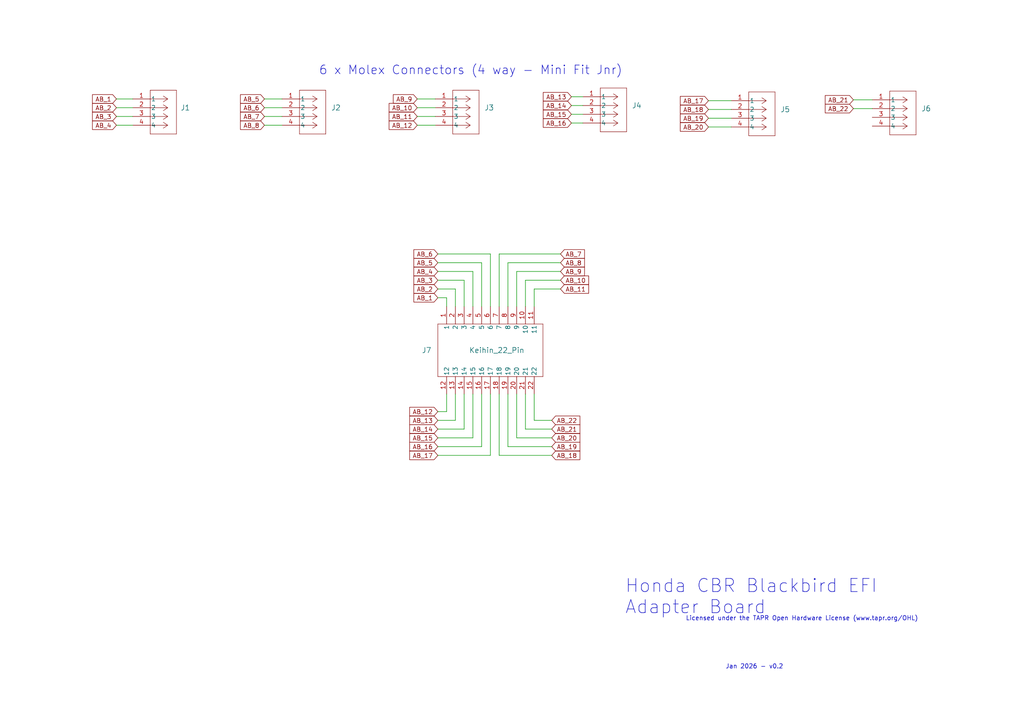
<source format=kicad_sch>
(kicad_sch (version 20211123) (generator eeschema)
  (paper "A4")
  (lib_symbols
    (symbol "2125201004_1" (pin_names (offset 0.254))
      (property "Reference" "J1" (at 13.843 -2.54 0))
      (symbol "2125201004_1_1_1"
        (polyline (pts (xy 5.08 -10.16) (xy 12.7 -10.16)) (stroke (width 0.127)))
        (polyline (pts (xy 5.08 2.54) (xy 5.08 -10.16)) (stroke (width 0.127)))
        (polyline (pts (xy 10.16 -7.62) (xy 5.08 -7.62)) (stroke (width 0.127)))
        (polyline (pts (xy 10.16 -7.62) (xy 8.89 -8.4667)) (stroke (width 0.127)))
        (polyline (pts (xy 10.16 -7.62) (xy 8.89 -6.7733)) (stroke (width 0.127)))
        (polyline (pts (xy 10.16 -5.08) (xy 5.08 -5.08)) (stroke (width 0.127)))
        (polyline (pts (xy 10.16 -5.08) (xy 8.89 -5.9267)) (stroke (width 0.127)))
        (polyline (pts (xy 10.16 -5.08) (xy 8.89 -4.2333)) (stroke (width 0.127)))
        (polyline (pts (xy 10.16 -2.54) (xy 5.08 -2.54)) (stroke (width 0.127)))
        (polyline (pts (xy 10.16 -2.54) (xy 8.89 -3.3867)) (stroke (width 0.127)))
        (polyline (pts (xy 10.16 -2.54) (xy 8.89 -1.6933)) (stroke (width 0.127)))
        (polyline (pts (xy 10.16 0) (xy 5.08 0)) (stroke (width 0.127)))
        (polyline (pts (xy 10.16 0) (xy 8.89 -0.8467)) (stroke (width 0.127)))
        (polyline (pts (xy 10.16 0) (xy 8.89 0.8467)) (stroke (width 0.127)))
        (polyline (pts (xy 12.7 -10.16) (xy 12.7 2.54)) (stroke (width 0.127)))
        (polyline (pts (xy 12.7 2.54) (xy 5.08 2.54)) (stroke (width 0.127)))
        (pin unspecified line (at 0 0 0) (length 5.08) (name "1") (number "1"))
        (pin unspecified line (at 0 -2.54 0) (length 5.08) (name "2") (number "2"))
        (pin unspecified line (at 0 -5.08 0) (length 5.08) (name "3") (number "3"))
        (pin unspecified line (at 0 -7.62 0) (length 5.08) (name "4") (number "4"))
      )
      (symbol "2125201004_1_1_2"
        (polyline (pts (xy 5.08 -10.16) (xy 12.7 -10.16)) (stroke (width 0.127)))
        (polyline (pts (xy 5.08 2.54) (xy 5.08 -10.16)) (stroke (width 0.127)))
        (polyline (pts (xy 7.62 -7.62) (xy 5.08 -7.62)) (stroke (width 0.127)))
        (polyline (pts (xy 7.62 -7.62) (xy 8.89 -8.4667)) (stroke (width 0.127)))
        (polyline (pts (xy 7.62 -7.62) (xy 8.89 -6.7733)) (stroke (width 0.127)))
        (polyline (pts (xy 7.62 -5.08) (xy 5.08 -5.08)) (stroke (width 0.127)))
        (polyline (pts (xy 7.62 -5.08) (xy 8.89 -5.9267)) (stroke (width 0.127)))
        (polyline (pts (xy 7.62 -5.08) (xy 8.89 -4.2333)) (stroke (width 0.127)))
        (polyline (pts (xy 7.62 -2.54) (xy 5.08 -2.54)) (stroke (width 0.127)))
        (polyline (pts (xy 7.62 -2.54) (xy 8.89 -3.3867)) (stroke (width 0.127)))
        (polyline (pts (xy 7.62 -2.54) (xy 8.89 -1.6933)) (stroke (width 0.127)))
        (polyline (pts (xy 7.62 0) (xy 5.08 0)) (stroke (width 0.127)))
        (polyline (pts (xy 7.62 0) (xy 8.89 -0.8467)) (stroke (width 0.127)))
        (polyline (pts (xy 7.62 0) (xy 8.89 0.8467)) (stroke (width 0.127)))
        (polyline (pts (xy 12.7 -10.16) (xy 12.7 2.54)) (stroke (width 0.127)))
        (polyline (pts (xy 12.7 2.54) (xy 5.08 2.54)) (stroke (width 0.127)))
        (pin unspecified line (at 0 0 0) (length 5.08) (name "1") (number "1"))
        (pin unspecified line (at 0 -2.54 0) (length 5.08) (name "2") (number "2"))
        (pin unspecified line (at 0 -5.08 0) (length 5.08) (name "3") (number "3"))
        (pin unspecified line (at 0 -7.62 0) (length 5.08) (name "4") (number "4"))
      )
    )
    (symbol "AJK_Molex-Way:2125201004" (pin_names (offset 0.254))
      (property "Reference" "J" (at 8.89 6.35 0))
      (property "Value" "2125201004" (at 0 0 0))
      (symbol "2125201004_1_1"
        (polyline (pts (xy 5.08 -10.16) (xy 12.7 -10.16)) (stroke (width 0.127)))
        (polyline (pts (xy 5.08 2.54) (xy 5.08 -10.16)) (stroke (width 0.127)))
        (polyline (pts (xy 10.16 -7.62) (xy 5.08 -7.62)) (stroke (width 0.127)))
        (polyline (pts (xy 10.16 -7.62) (xy 8.89 -8.4667)) (stroke (width 0.127)))
        (polyline (pts (xy 10.16 -7.62) (xy 8.89 -6.7733)) (stroke (width 0.127)))
        (polyline (pts (xy 10.16 -5.08) (xy 5.08 -5.08)) (stroke (width 0.127)))
        (polyline (pts (xy 10.16 -5.08) (xy 8.89 -5.9267)) (stroke (width 0.127)))
        (polyline (pts (xy 10.16 -5.08) (xy 8.89 -4.2333)) (stroke (width 0.127)))
        (polyline (pts (xy 10.16 -2.54) (xy 5.08 -2.54)) (stroke (width 0.127)))
        (polyline (pts (xy 10.16 -2.54) (xy 8.89 -3.3867)) (stroke (width 0.127)))
        (polyline (pts (xy 10.16 -2.54) (xy 8.89 -1.6933)) (stroke (width 0.127)))
        (polyline (pts (xy 10.16 0) (xy 5.08 0)) (stroke (width 0.127)))
        (polyline (pts (xy 10.16 0) (xy 8.89 -0.8467)) (stroke (width 0.127)))
        (polyline (pts (xy 10.16 0) (xy 8.89 0.8467)) (stroke (width 0.127)))
        (polyline (pts (xy 12.7 -10.16) (xy 12.7 2.54)) (stroke (width 0.127)))
        (polyline (pts (xy 12.7 2.54) (xy 5.08 2.54)) (stroke (width 0.127)))
        (pin unspecified line (at 0 0 0) (length 5.08) (name "1") (number "1"))
        (pin unspecified line (at 0 -2.54 0) (length 5.08) (name "2") (number "2"))
        (pin unspecified line (at 0 -5.08 0) (length 5.08) (name "3") (number "3"))
        (pin unspecified line (at 0 -7.62 0) (length 5.08) (name "4") (number "4"))
      )
      (symbol "2125201004_1_2"
        (polyline (pts (xy 5.08 -10.16) (xy 12.7 -10.16)) (stroke (width 0.127)))
        (polyline (pts (xy 5.08 2.54) (xy 5.08 -10.16)) (stroke (width 0.127)))
        (polyline (pts (xy 7.62 -7.62) (xy 5.08 -7.62)) (stroke (width 0.127)))
        (polyline (pts (xy 7.62 -7.62) (xy 8.89 -8.4667)) (stroke (width 0.127)))
        (polyline (pts (xy 7.62 -7.62) (xy 8.89 -6.7733)) (stroke (width 0.127)))
        (polyline (pts (xy 7.62 -5.08) (xy 5.08 -5.08)) (stroke (width 0.127)))
        (polyline (pts (xy 7.62 -5.08) (xy 8.89 -5.9267)) (stroke (width 0.127)))
        (polyline (pts (xy 7.62 -5.08) (xy 8.89 -4.2333)) (stroke (width 0.127)))
        (polyline (pts (xy 7.62 -2.54) (xy 5.08 -2.54)) (stroke (width 0.127)))
        (polyline (pts (xy 7.62 -2.54) (xy 8.89 -3.3867)) (stroke (width 0.127)))
        (polyline (pts (xy 7.62 -2.54) (xy 8.89 -1.6933)) (stroke (width 0.127)))
        (polyline (pts (xy 7.62 0) (xy 5.08 0)) (stroke (width 0.127)))
        (polyline (pts (xy 7.62 0) (xy 8.89 -0.8467)) (stroke (width 0.127)))
        (polyline (pts (xy 7.62 0) (xy 8.89 0.8467)) (stroke (width 0.127)))
        (polyline (pts (xy 12.7 -10.16) (xy 12.7 2.54)) (stroke (width 0.127)))
        (polyline (pts (xy 12.7 2.54) (xy 5.08 2.54)) (stroke (width 0.127)))
        (pin unspecified line (at 0 0 0) (length 5.08) (name "1") (number "1"))
        (pin unspecified line (at 0 -2.54 0) (length 5.08) (name "2") (number "2"))
        (pin unspecified line (at 0 -5.08 0) (length 5.08) (name "3") (number "3"))
        (pin unspecified line (at 0 -7.62 0) (length 5.08) (name "4") (number "4"))
      )
    )
    (symbol "Blackbird:Blackbird_Keihin_22_Pin" (pin_names (offset 0.254))
      (property "Reference" "J" (at 3.175 16.7386 0))
      (property "Value" "Blackbird_Keihin_22_Pin" (at -2.54 22.86 0))
      (symbol "Blackbird_Keihin_22_Pin_1_1"
        (polyline (pts (xy -17.78 -7.62) (xy 12.7 -7.62)) (stroke (width 0.127)))
        (polyline (pts (xy -17.78 7.62) (xy -17.78 -7.62)) (stroke (width 0.127)))
        (polyline (pts (xy -17.78 7.62) (xy 12.7 7.62)) (stroke (width 0.127)))
        (polyline (pts (xy 12.7 7.62) (xy 12.7 -7.62)) (stroke (width 0.127)))
        (pin input line (at -15.24 12.7 270) (length 5.08) (name "1") (number "1"))
        (pin input line (at 7.62 12.7 270) (length 5.08) (name "10") (number "10"))
        (pin input line (at 10.16 12.7 270) (length 5.08) (name "11") (number "11"))
        (pin input line (at -15.24 -12.7 90) (length 5.08) (name "12") (number "12"))
        (pin input line (at -12.7 -12.7 90) (length 5.08) (name "13") (number "13"))
        (pin input line (at -10.16 -12.7 90) (length 5.08) (name "14") (number "14"))
        (pin input line (at -7.62 -12.7 90) (length 5.08) (name "15") (number "15"))
        (pin input line (at -5.08 -12.7 90) (length 5.08) (name "16") (number "16"))
        (pin input line (at -2.54 -12.7 90) (length 5.08) (name "17") (number "17"))
        (pin input line (at 0 -12.7 90) (length 5.08) (name "18") (number "18"))
        (pin input line (at 2.54 -12.7 90) (length 5.08) (name "19") (number "19"))
        (pin input line (at -12.7 12.7 270) (length 5.08) (name "2") (number "2"))
        (pin input line (at 5.08 -12.7 90) (length 5.08) (name "20") (number "20"))
        (pin input line (at 7.62 -12.7 90) (length 5.08) (name "21") (number "21"))
        (pin input line (at 10.16 -12.7 90) (length 5.08) (name "22") (number "22"))
        (pin input line (at -10.16 12.7 270) (length 5.08) (name "3") (number "3"))
        (pin input line (at -7.62 12.7 270) (length 5.08) (name "4") (number "4"))
        (pin input line (at -5.08 12.7 270) (length 5.08) (name "5") (number "5"))
        (pin input line (at -2.54 12.7 270) (length 5.08) (name "6") (number "6"))
        (pin input line (at 0 12.7 270) (length 5.08) (name "7") (number "7"))
        (pin input line (at 2.54 12.7 270) (length 5.08) (name "8") (number "8"))
        (pin input line (at 5.08 12.7 270) (length 5.08) (name "9") (number "9"))
      )
      (symbol "Blackbird_Keihin_22_Pin_1_2"
        (polyline (pts (xy 5.08 -15.24) (xy 12.7 -15.24)) (stroke (width 0.127)))
        (polyline (pts (xy 5.08 2.54) (xy 5.08 -15.24)) (stroke (width 0.127)))
        (polyline (pts (xy 7.62 -12.7) (xy 5.08 -12.7)) (stroke (width 0.127)))
        (polyline (pts (xy 7.62 -12.7) (xy 8.89 -13.5467)) (stroke (width 0.127)))
        (polyline (pts (xy 7.62 -12.7) (xy 8.89 -11.8533)) (stroke (width 0.127)))
        (polyline (pts (xy 7.62 -10.16) (xy 5.08 -10.16)) (stroke (width 0.127)))
        (polyline (pts (xy 7.62 -10.16) (xy 8.89 -11.0067)) (stroke (width 0.127)))
        (polyline (pts (xy 7.62 -10.16) (xy 8.89 -9.3133)) (stroke (width 0.127)))
        (polyline (pts (xy 7.62 -7.62) (xy 5.08 -7.62)) (stroke (width 0.127)))
        (polyline (pts (xy 7.62 -7.62) (xy 8.89 -8.4667)) (stroke (width 0.127)))
        (polyline (pts (xy 7.62 -7.62) (xy 8.89 -6.7733)) (stroke (width 0.127)))
        (polyline (pts (xy 7.62 -5.08) (xy 5.08 -5.08)) (stroke (width 0.127)))
        (polyline (pts (xy 7.62 -5.08) (xy 8.89 -5.9267)) (stroke (width 0.127)))
        (polyline (pts (xy 7.62 -5.08) (xy 8.89 -4.2333)) (stroke (width 0.127)))
        (polyline (pts (xy 7.62 -2.54) (xy 5.08 -2.54)) (stroke (width 0.127)))
        (polyline (pts (xy 7.62 -2.54) (xy 8.89 -3.3867)) (stroke (width 0.127)))
        (polyline (pts (xy 7.62 -2.54) (xy 8.89 -1.6933)) (stroke (width 0.127)))
        (polyline (pts (xy 7.62 0) (xy 5.08 0)) (stroke (width 0.127)))
        (polyline (pts (xy 7.62 0) (xy 8.89 -0.8467)) (stroke (width 0.127)))
        (polyline (pts (xy 7.62 0) (xy 8.89 0.8467)) (stroke (width 0.127)))
        (polyline (pts (xy 12.7 -15.24) (xy 12.7 2.54)) (stroke (width 0.127)))
        (polyline (pts (xy 12.7 2.54) (xy 5.08 2.54)) (stroke (width 0.127)))
        (pin input line (at 0 0 0) (length 5.08) (name "1") (number "1"))
        (pin input line (at 0 -2.54 0) (length 5.08) (name "2") (number "2"))
        (pin input line (at 0 -5.08 0) (length 5.08) (name "3") (number "3"))
        (pin input line (at 0 -7.62 0) (length 5.08) (name "4") (number "4"))
        (pin input line (at 0 -10.16 0) (length 5.08) (name "5") (number "5"))
        (pin input line (at 0 -12.7 0) (length 5.08) (name "6") (number "6"))
      )
    )
  )
  (wire (pts (xy 129.54 86.36) (xy 129.54 88.9)))
  (wire (pts (xy 127 86.36) (xy 129.54 86.36)))
  (wire (pts (xy 154.94 83.82) (xy 162.56 83.82)))
  (wire (pts (xy 134.62 81.28) (xy 134.62 88.9)))
  (wire (pts (xy 160.02 132.08) (xy 144.78 132.08)))
  (wire (pts (xy 33.782 33.782) (xy 38.481 33.782)))
  (wire (pts (xy 76.708 31.242) (xy 81.788 31.242)))
  (wire (pts (xy 127 78.74) (xy 137.16 78.74)))
  (wire (pts (xy 205.486 29.21) (xy 212.09 29.21)))
  (wire (pts (xy 121.031 36.322) (xy 126.238 36.322)))
  (wire (pts (xy 152.4 114.3) (xy 152.4 124.46)))
  (wire (pts (xy 162.56 73.66) (xy 144.78 73.66)))
  (wire (pts (xy 160.02 121.92) (xy 154.94 121.92)))
  (wire (pts (xy 132.08 83.82) (xy 132.08 88.9)))
  (wire (pts (xy 147.32 76.2) (xy 162.56 76.2)))
  (wire (pts (xy 149.86 78.74) (xy 149.86 88.9)))
  (wire (pts (xy 147.32 129.54) (xy 160.02 129.54)))
  (wire (pts (xy 144.78 73.66) (xy 144.78 88.9)))
  (wire (pts (xy 76.708 36.322) (xy 81.788 36.322)))
  (wire (pts (xy 127 124.46) (xy 134.62 124.46)))
  (wire (pts (xy 205.486 34.29) (xy 212.09 34.29)))
  (wire (pts (xy 162.56 81.28) (xy 152.4 81.28)))
  (wire (pts (xy 162.56 78.74) (xy 149.86 78.74)))
  (wire (pts (xy 127 76.2) (xy 139.7 76.2)))
  (wire (pts (xy 127 132.08) (xy 142.24 132.08)))
  (wire (pts (xy 160.02 127) (xy 149.86 127)))
  (wire (pts (xy 129.54 119.38) (xy 129.54 114.3)))
  (wire (pts (xy 137.16 114.3) (xy 137.16 127)))
  (wire (pts (xy 139.7 76.2) (xy 139.7 88.9)))
  (wire (pts (xy 142.24 73.66) (xy 142.24 88.9)))
  (wire (pts (xy 127 83.82) (xy 132.08 83.82)))
  (wire (pts (xy 165.735 28.067) (xy 169.037 28.067)))
  (wire (pts (xy 121.031 31.242) (xy 126.238 31.242)))
  (wire (pts (xy 127 81.28) (xy 134.62 81.28)))
  (wire (pts (xy 205.486 36.83) (xy 212.09 36.83)))
  (wire (pts (xy 147.32 88.9) (xy 147.32 76.2)))
  (wire (pts (xy 33.782 28.702) (xy 38.481 28.702)))
  (wire (pts (xy 33.782 36.322) (xy 38.481 36.322)))
  (wire (pts (xy 137.16 127) (xy 127 127)))
  (wire (pts (xy 247.523 28.956) (xy 252.984 28.956)))
  (wire (pts (xy 127 119.38) (xy 129.54 119.38)))
  (wire (pts (xy 127 129.54) (xy 139.7 129.54)))
  (wire (pts (xy 165.735 35.687) (xy 169.037 35.687)))
  (wire (pts (xy 134.62 124.46) (xy 134.62 114.3)))
  (wire (pts (xy 137.16 78.74) (xy 137.16 88.9)))
  (wire (pts (xy 147.32 114.3) (xy 147.32 129.54)))
  (wire (pts (xy 144.78 132.08) (xy 144.78 114.3)))
  (wire (pts (xy 127 73.66) (xy 142.24 73.66)))
  (wire (pts (xy 247.523 31.496) (xy 252.984 31.496)))
  (wire (pts (xy 149.86 127) (xy 149.86 114.3)))
  (wire (pts (xy 152.4 81.28) (xy 152.4 88.9)))
  (wire (pts (xy 154.94 121.92) (xy 154.94 114.3)))
  (wire (pts (xy 165.735 33.147) (xy 169.037 33.147)))
  (wire (pts (xy 121.031 28.702) (xy 126.238 28.702)))
  (wire (pts (xy 142.24 132.08) (xy 142.24 114.3)))
  (wire (pts (xy 76.708 28.702) (xy 81.788 28.702)))
  (wire (pts (xy 132.08 121.92) (xy 127 121.92)))
  (wire (pts (xy 132.08 114.3) (xy 132.08 121.92)))
  (wire (pts (xy 154.94 88.9) (xy 154.94 83.82)))
  (wire (pts (xy 205.486 31.75) (xy 212.09 31.75)))
  (wire (pts (xy 165.735 30.607) (xy 169.037 30.607)))
  (wire (pts (xy 33.782 31.242) (xy 38.481 31.242)))
  (wire (pts (xy 139.7 129.54) (xy 139.7 114.3)))
  (wire (pts (xy 152.4 124.46) (xy 160.02 124.46)))
  (wire (pts (xy 76.708 33.782) (xy 81.788 33.782)))
  (wire (pts (xy 121.031 33.782) (xy 126.238 33.782)))
  (text "Honda CBR Blackbird EFI\nAdapter Board" (at 181.229 178.435 0) (effects (font (size 3.81 3.81)) (justify left bottom)))
  (text "Licensed under the TAPR Open Hardware License (www.tapr.org/OHL)" (at 198.882 180.213 0) (effects (font (size 1.27 1.27)) (justify left bottom)))
  (text "6 x Molex Connectors (4 way - Mini Fit Jnr)" (at 92.456 21.971 0) (effects (font (size 2.54 2.54)) (justify left bottom)))
  (text "Jan 2026 - v0.2" (at 210.439 194.183 0) (effects (font (size 1.27 1.27)) (justify left bottom)))
  (global_label "AB_8" (shape input) (at 162.56 76.2 0) (property "Intersheet References" "${INTERSHEET_REFS}" (effects hide)))
  (global_label "AB_17" (shape input) (at 127 132.08 180) (property "Intersheet References" "${INTERSHEET_REFS}" (effects hide)))
  (global_label "AB_10" (shape input) (at 121.031 31.242 180) (property "Intersheet References" "${INTERSHEET_REFS}" (effects hide)))
  (global_label "AB_13" (shape input) (at 127 121.92 180) (property "Intersheet References" "${INTERSHEET_REFS}" (effects hide)))
  (global_label "AB_6" (shape input) (at 127 73.66 180) (property "Intersheet References" "${INTERSHEET_REFS}" (effects hide)))
  (global_label "AB_2" (shape input) (at 127 83.82 180) (property "Intersheet References" "${INTERSHEET_REFS}" (effects hide)))
  (global_label "AB_18" (shape input) (at 205.486 31.75 180) (property "Intersheet References" "${INTERSHEET_REFS}" (effects hide)))
  (global_label "AB_21" (shape input) (at 160.02 124.46 0) (property "Intersheet References" "${INTERSHEET_REFS}" (effects hide)))
  (global_label "AB_22" (shape input) (at 247.523 31.496 180) (property "Intersheet References" "${INTERSHEET_REFS}" (effects hide)))
  (global_label "AB_15" (shape input) (at 165.735 33.147 180) (property "Intersheet References" "${INTERSHEET_REFS}" (effects hide)))
  (global_label "AB_6" (shape input) (at 76.708 31.242 180) (property "Intersheet References" "${INTERSHEET_REFS}" (effects hide)))
  (global_label "AB_7" (shape input) (at 76.708 33.782 180) (property "Intersheet References" "${INTERSHEET_REFS}" (effects hide)))
  (global_label "AB_12" (shape input) (at 121.031 36.322 180) (property "Intersheet References" "${INTERSHEET_REFS}" (effects hide)))
  (global_label "AB_20" (shape input) (at 160.02 127 0) (property "Intersheet References" "${INTERSHEET_REFS}" (effects hide)))
  (global_label "AB_19" (shape input) (at 160.02 129.54 0) (property "Intersheet References" "${INTERSHEET_REFS}" (effects hide)))
  (global_label "AB_2" (shape input) (at 33.782 31.242 180) (property "Intersheet References" "${INTERSHEET_REFS}" (effects hide)))
  (global_label "AB_9" (shape input) (at 162.56 78.74 0) (property "Intersheet References" "${INTERSHEET_REFS}" (effects hide)))
  (global_label "AB_12" (shape input) (at 127 119.38 180) (property "Intersheet References" "${INTERSHEET_REFS}" (effects hide)))
  (global_label "AB_16" (shape input) (at 165.735 35.687 180) (property "Intersheet References" "${INTERSHEET_REFS}" (effects hide)))
  (global_label "AB_20" (shape input) (at 205.486 36.83 180) (property "Intersheet References" "${INTERSHEET_REFS}" (effects hide)))
  (global_label "AB_7" (shape input) (at 162.56 73.66 0) (property "Intersheet References" "${INTERSHEET_REFS}" (effects hide)))
  (global_label "AB_1" (shape input) (at 33.782 28.702 180) (property "Intersheet References" "${INTERSHEET_REFS}" (effects hide)))
  (global_label "AB_11" (shape input) (at 162.56 83.82 0) (property "Intersheet References" "${INTERSHEET_REFS}" (effects hide)))
  (global_label "AB_14" (shape input) (at 165.735 30.607 180) (property "Intersheet References" "${INTERSHEET_REFS}" (effects hide)))
  (global_label "AB_18" (shape input) (at 160.02 132.08 0) (property "Intersheet References" "${INTERSHEET_REFS}" (effects hide)))
  (global_label "AB_22" (shape input) (at 160.02 121.92 0) (property "Intersheet References" "${INTERSHEET_REFS}" (effects hide)))
  (global_label "AB_11" (shape input) (at 121.031 33.782 180) (property "Intersheet References" "${INTERSHEET_REFS}" (effects hide)))
  (global_label "AB_4" (shape input) (at 127 78.74 180) (property "Intersheet References" "${INTERSHEET_REFS}" (effects hide)))
  (global_label "AB_5" (shape input) (at 76.708 28.702 180) (property "Intersheet References" "${INTERSHEET_REFS}" (effects hide)))
  (global_label "AB_9" (shape input) (at 121.031 28.702 180) (property "Intersheet References" "${INTERSHEET_REFS}" (effects hide)))
  (global_label "AB_15" (shape input) (at 127 127 180) (property "Intersheet References" "${INTERSHEET_REFS}" (effects hide)))
  (global_label "AB_17" (shape input) (at 205.486 29.21 180) (property "Intersheet References" "${INTERSHEET_REFS}" (effects hide)))
  (global_label "AB_14" (shape input) (at 127 124.46 180) (property "Intersheet References" "${INTERSHEET_REFS}" (effects hide)))
  (global_label "AB_19" (shape input) (at 205.486 34.29 180) (property "Intersheet References" "${INTERSHEET_REFS}" (effects hide)))
  (global_label "AB_3" (shape input) (at 33.782 33.782 180) (property "Intersheet References" "${INTERSHEET_REFS}" (effects hide)))
  (global_label "AB_8" (shape input) (at 76.708 36.322 180) (property "Intersheet References" "${INTERSHEET_REFS}" (effects hide)))
  (global_label "AB_21" (shape input) (at 247.523 28.956 180) (property "Intersheet References" "${INTERSHEET_REFS}" (effects hide)))
  (global_label "AB_13" (shape input) (at 165.735 28.067 180) (property "Intersheet References" "${INTERSHEET_REFS}" (effects hide)))
  (global_label "AB_4" (shape input) (at 33.782 36.322 180) (property "Intersheet References" "${INTERSHEET_REFS}" (effects hide)))
  (global_label "AB_10" (shape input) (at 162.56 81.28 0) (property "Intersheet References" "${INTERSHEET_REFS}" (effects hide)))
  (global_label "AB_5" (shape input) (at 127 76.2 180) (property "Intersheet References" "${INTERSHEET_REFS}" (effects hide)))
  (global_label "AB_16" (shape input) (at 127 129.54 180) (property "Intersheet References" "${INTERSHEET_REFS}" (effects hide)))
  (global_label "AB_1" (shape input) (at 127 86.36 180) (property "Intersheet References" "${INTERSHEET_REFS}" (effects hide)))
  (global_label "AB_3" (shape input) (at 127 81.28 180) (property "Intersheet References" "${INTERSHEET_REFS}" (effects hide)))
  (symbol (lib_id "AJK_Molex-Way:2125201004") (at 169.037 28.067 0) (unit 1)
    (property "Reference" "J4" (at 183.261 30.607 0) (effects (font (size 1.524 1.524)) (justify left)))
    (property "Value" "2125201004" (effects hide))
    (property "Footprint" "Blackbird:4-Way-Molex_Connector-MiniFit-JNR" (effects hide))
  )
  (symbol (lib_id "AJK_Molex-Way:2125201004") (at 126.238 28.702 0) (unit 1)
    (property "Reference" "J3" (at 140.462 31.242 0) (effects (font (size 1.524 1.524)) (justify left)))
    (property "Value" "2125201004" (effects hide))
    (property "Footprint" "Blackbird:4-Way-Molex_Connector-MiniFit-JNR" (effects hide))
  )
  (symbol (lib_id "AJK_Molex-Way:2125201004") (at 81.788 28.702 0) (unit 1)
    (property "Reference" "J2" (at 96.012 31.242 0) (effects (font (size 1.524 1.524)) (justify left)))
    (property "Value" "2125201004" (effects hide))
    (property "Footprint" "Blackbird:4-Way-Molex_Connector-MiniFit-JNR" (effects hide))
  )
  (symbol (lib_id "Blackbird:Blackbird_Keihin_22_Pin") (at 144.78 101.6 0) (unit 1)
    (property "Reference" "J7" (at 122.301 101.6 0) (effects (font (size 1.524 1.524)) (justify left)))
    (property "Value" "Keihin_22_Pin" (at 136.017 101.6 0) (effects (font (size 1.524 1.524)) (justify left)))
    (property "Footprint" "Blackbird:Blackbird_22_pin_keihin" (effects hide))
  )
  (symbol (lib_name "2125201004_1") (lib_id "AJK_Molex-Way:2125201004") (at 38.481 28.702 0) (unit 1)
    (property "Reference" "J1" (at 52.324 31.242 0) (effects (font (size 1.524 1.524)) (justify left)))
    (property "Value" "2125201004" (effects hide))
    (property "Footprint" "Blackbird:4-Way-Molex_Connector-MiniFit-JNR" (effects hide))
  )
  (symbol (lib_id "AJK_Molex-Way:2125201004") (at 212.09 29.21 0) (unit 1)
    (property "Reference" "J5" (at 226.314 31.75 0) (effects (font (size 1.524 1.524)) (justify left)))
    (property "Value" "2125201004" (effects hide))
    (property "Footprint" "Blackbird:4-Way-Molex_Connector-MiniFit-JNR" (effects hide))
  )
  (symbol (lib_id "AJK_Molex-Way:2125201004") (at 252.984 28.956 0) (unit 1)
    (property "Reference" "J6" (at 267.208 31.496 0) (effects (font (size 1.524 1.524)) (justify left)))
    (property "Value" "2125201004" (effects hide))
    (property "Footprint" "Blackbird:4-Way-Molex_Connector-MiniFit-JNR" (effects hide))
  )
)
</source>
